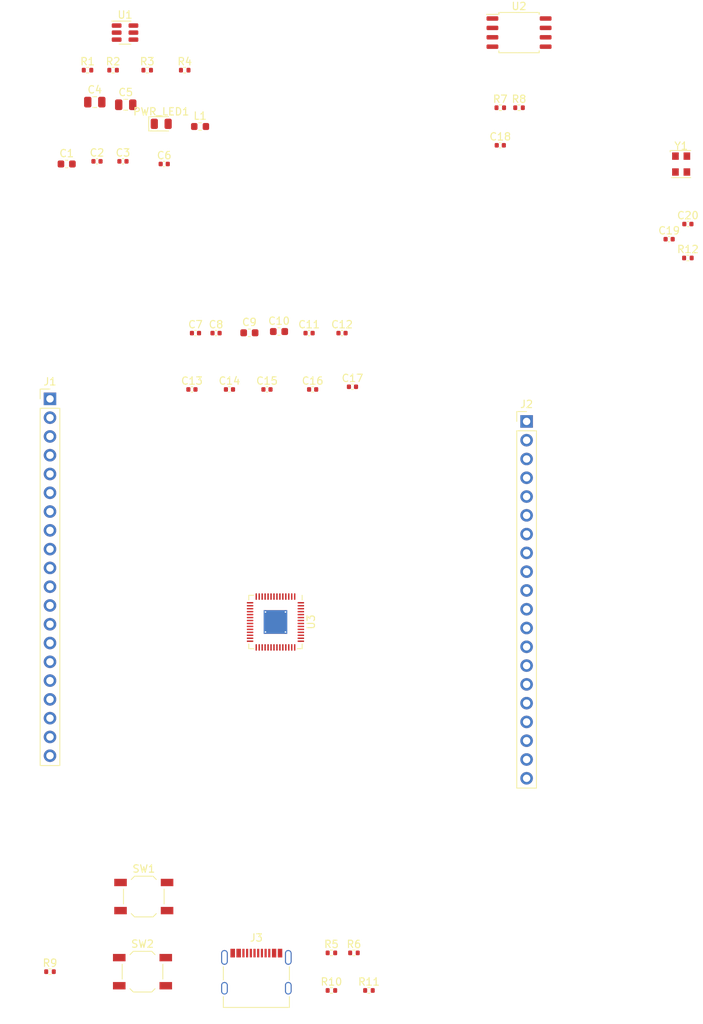
<source format=kicad_pcb>
(kicad_pcb (version 20211014) (generator pcbnew)
  (layers (0 "F.Cu" signal) (31 "B.Cu" signal) (34 "B.Paste" user) (35 "F.Paste" user) (36 "B.SilkS" user "B.Silkscreen") (37 "F.SilkS" user "F.Silkscreen") (38 "B.Mask" user) (39 "F.Mask" user) (44 "Edge.Cuts" user))
  (net 0 "")
  (net 1 "VCC")
  (net 2 "GND")
  (net 3 "Net-(C3-Pad1)")
  (net 4 "Net-(C3-Pad2)")
  (net 5 "+3.3V")
  (net 6 "Net-(C6-Pad1)")
  (net 7 "Net-(C6-Pad2)")
  (net 8 "+1V1")
  (net 9 "XIN")
  (net 10 "Net-(C20-Pad2)")
  (net 11 "GPIO0")
  (net 12 "GPIO1")
  (net 13 "GPIO2")
  (net 14 "GPIO3")
  (net 15 "GPIO4")
  (net 16 "GPIO5")
  (net 17 "GPIO6")
  (net 18 "GPIO7")
  (net 19 "GPIO8")
  (net 20 "GPIO9")
  (net 21 "GPIO10")
  (net 22 "GPIO11")
  (net 23 "GPIO12")
  (net 24 "GPIO13")
  (net 25 "GPIO14")
  (net 26 "GPIO15")
  (net 27 "GPIO16")
  (net 28 "GPIO17")
  (net 29 "GPIO18")
  (net 30 "GPIO19")
  (net 31 "GPIO20")
  (net 32 "GPIO21")
  (net 33 "GPIO22")
  (net 34 "GPIO23")
  (net 35 "GPIO24")
  (net 36 "GPIO25")
  (net 37 "GPIO26")
  (net 38 "GPIO27")
  (net 39 "GPIO28")
  (net 40 "GPIO29")
  (net 41 "RUN")
  (net 42 "SWCLK")
  (net 43 "SWD")
  (net 44 "Net-(J3-PadA5)")
  (net 45 "USB D+")
  (net 46 "USB D-")
  (net 48 "Net-(J3-PadB5)")
  (net 51 "Net-(PWR_LED1-Pad1)")
  (net 52 "/N_USB_D+")
  (net 53 "/N_USB_D-")
  (net 54 "QSPI CS")
  (net 55 "Net-(R8-Pad1)")
  (net 56 "XOUT")
  (net 58 "QSPI SD1")
  (net 59 "QSPI SD2")
  (net 60 "QSPI SD0")
  (net 61 "QSPI CLK")
  (net 62 "QSPI SD3")
  (footprint "Inductor_SMD:L_0603_1608Metric" (layer "F.Cu") (at 88.9 38.1)
    (fp_text reference "L1" (at 0 -1.43) (layer "F.SilkS"))
    (fp_text value "10µ")
    (fp_line (start -0.162779 0.51) (end 0.162779 0.51) (layer "F.SilkS") (width 0.12))
    (fp_line (start -0.162779 -0.51) (end 0.162779 -0.51) (layer "F.SilkS") (width 0.12))
    (pad "1" smd roundrect (at -0.7875 0) (size 0.875 0.95) (layers "F.Cu" "F.Paste" "F.Mask") (net 3 "Net-(C3-Pad1)"))
    (pad "2" smd roundrect (at 0.7875 0) (size 0.875 0.95) (layers "F.Cu" "F.Paste" "F.Mask") (net 5 "+3.3V"))
  )
  (footprint "Package_DFN_QFN:QFN-56-1EP_7x7mm_P0.4mm_EP3.2x3.2mm_ThermalVias" (layer "F.Cu") (at 99.105 105.11 -90)
    (fp_text reference "U3" (at 0 -4.82 90) (layer "F.SilkS"))
    (fp_text value "RP2040")
    (fp_line (start -2.96 3.61) (end -3.61 3.61) (layer "F.SilkS") (width 0.12))
    (fp_line (start 3.61 3.61) (end 3.61 2.96) (layer "F.SilkS") (width 0.12))
    (fp_line (start 3.61 -3.61) (end 3.61 -2.96) (layer "F.SilkS") (width 0.12))
    (fp_line (start -3.61 3.61) (end -3.61 2.96) (layer "F.SilkS") (width 0.12))
    (fp_line (start -2.96 -3.61) (end -3.61 -3.61) (layer "F.SilkS") (width 0.12))
    (fp_line (start 2.96 -3.61) (end 3.61 -3.61) (layer "F.SilkS") (width 0.12))
    (fp_line (start 2.96 3.61) (end 3.61 3.61) (layer "F.SilkS") (width 0.12))
    (pad "1" smd roundrect locked (at -3.4375 -2.6 270) (size 0.875 0.2) (layers "F.Cu" "F.Paste" "F.Mask") (net 5 "+3.3V"))
    (pad "2" smd roundrect locked (at -3.4375 -2.2 270) (size 0.875 0.2) (layers "F.Cu" "F.Paste" "F.Mask") (net 11 "GPIO0"))
    (pad "3" smd roundrect locked (at -3.4375 -1.8 270) (size 0.875 0.2) (layers "F.Cu" "F.Paste" "F.Mask") (net 12 "GPIO1"))
    (pad "4" smd roundrect locked (at -3.4375 -1.4 270) (size 0.875 0.2) (layers "F.Cu" "F.Paste" "F.Mask") (net 13 "GPIO2"))
    (pad "5" smd roundrect locked (at -3.4375 -1 270) (size 0.875 0.2) (layers "F.Cu" "F.Paste" "F.Mask") (net 14 "GPIO3"))
    (pad "6" smd roundrect locked (at -3.4375 -0.6 270) (size 0.875 0.2) (layers "F.Cu" "F.Paste" "F.Mask") (net 15 "GPIO4"))
    (pad "7" smd roundrect locked (at -3.4375 -0.2 270) (size 0.875 0.2) (layers "F.Cu" "F.Paste" "F.Mask") (net 16 "GPIO5"))
    (pad "8" smd roundrect locked (at -3.4375 0.2 270) (size 0.875 0.2) (layers "F.Cu" "F.Paste" "F.Mask") (net 17 "GPIO6"))
    (pad "9" smd roundrect locked (at -3.4375 0.6 270) (size 0.875 0.2) (layers "F.Cu" "F.Paste" "F.Mask") (net 18 "GPIO7"))
    (pad "10" smd roundrect locked (at -3.4375 1 270) (size 0.875 0.2) (layers "F.Cu" "F.Paste" "F.Mask") (net 5 "+3.3V"))
    (pad "11" smd roundrect locked (at -3.4375 1.4 270) (size 0.875 0.2) (layers "F.Cu" "F.Paste" "F.Mask") (net 19 "GPIO8"))
    (pad "12" smd roundrect locked (at -3.4375 1.8 270) (size 0.875 0.2) (layers "F.Cu" "F.Paste" "F.Mask") (net 20 "GPIO9"))
    (pad "13" smd roundrect locked (at -3.4375 2.2 270) (size 0.875 0.2) (layers "F.Cu" "F.Paste" "F.Mask") (net 21 "GPIO10"))
    (pad "14" smd roundrect locked (at -3.4375 2.6 270) (size 0.875 0.2) (layers "F.Cu" "F.Paste" "F.Mask") (net 22 "GPIO11"))
    (pad "15" smd roundrect locked (at -2.6 3.4375 270) (size 0.2 0.875) (layers "F.Cu" "F.Paste" "F.Mask") (net 23 "GPIO12"))
    (pad "16" smd roundrect locked (at -2.2 3.4375 270) (size 0.2 0.875) (layers "F.Cu" "F.Paste" "F.Mask") (net 24 "GPIO13"))
    (pad "17" smd roundrect locked (at -1.8 3.4375 270) (size 0.2 0.875) (layers "F.Cu" "F.Paste" "F.Mask") (net 25 "GPIO14"))
    (pad "18" smd roundrect locked (at -1.4 3.4375 270) (size 0.2 0.875) (layers "F.Cu" "F.Paste" "F.Mask") (net 26 "GPIO15"))
    (pad "19" smd roundrect locked (at -1 3.4375 270) (size 0.2 0.875) (layers "F.Cu" "F.Paste" "F.Mask") (net 2 "GND"))
    (pad "20" smd roundrect locked (at -0.6 3.4375 270) (size 0.2 0.875) (layers "F.Cu" "F.Paste" "F.Mask") (net 9 "XIN"))
    (pad "21" smd roundrect locked (at -0.2 3.4375 270) (size 0.2 0.875) (layers "F.Cu" "F.Paste" "F.Mask") (net 56 "XOUT"))
    (pad "22" smd roundrect locked (at 0.2 3.4375 270) (size 0.2 0.875) (layers "F.Cu" "F.Paste" "F.Mask") (net 5 "+3.3V"))
    (pad "23" smd roundrect locked (at 0.6 3.4375 270) (size 0.2 0.875) (layers "F.Cu" "F.Paste" "F.Mask") (net 8 "+1V1"))
    (pad "24" smd roundrect locked (at 1 3.4375 270) (size 0.2 0.875) (layers "F.Cu" "F.Paste" "F.Mask") (net 42 "SWCLK"))
    (pad "25" smd roundrect locked (at 1.4 3.4375 270) (size 0.2 0.875) (layers "F.Cu" "F.Paste" "F.Mask") (net 43 "SWD"))
    (pad "26" smd roundrect locked (at 1.8 3.4375 270) (size 0.2 0.875) (layers "F.Cu" "F.Paste" "F.Mask") (net 41 "RUN"))
    (pad "27" smd roundrect locked (at 2.2 3.4375 270) (size 0.2 0.875) (layers "F.Cu" "F.Paste" "F.Mask") (net 27 "GPIO16"))
    (pad "28" smd roundrect locked (at 2.6 3.4375 270) (size 0.2 0.875) (layers "F.Cu" "F.Paste" "F.Mask") (net 28 "GPIO17"))
    (pad "29" smd roundrect locked (at 3.4375 2.6 270) (size 0.875 0.2) (layers "F.Cu" "F.Paste" "F.Mask") (net 29 "GPIO18"))
    (pad "30" smd roundrect locked (at 3.4375 2.2 270) (size 0.875 0.2) (layers "F.Cu" "F.Paste" "F.Mask") (net 30 "GPIO19"))
    (pad "31" smd roundrect locked (at 3.4375 1.8 270) (size 0.875 0.2) (layers "F.Cu" "F.Paste" "F.Mask") (net 31 "GPIO20"))
    (pad "32" smd roundrect locked (at 3.4375 1.4 270) (size 0.875 0.2) (layers "F.Cu" "F.Paste" "F.Mask") (net 32 "GPIO21"))
    (pad "33" smd roundrect locked (at 3.4375 1 270) (size 0.875 0.2) (layers "F.Cu" "F.Paste" "F.Mask") (net 5 "+3.3V"))
    (pad "34" smd roundrect locked (at 3.4375 0.6 270) (size 0.875 0.2) (layers "F.Cu" "F.Paste" "F.Mask") (net 33 "GPIO22"))
    (pad "35" smd roundrect locked (at 3.4375 0.2 270) (size 0.875 0.2) (layers "F.Cu" "F.Paste" "F.Mask") (net 34 "GPIO23"))
    (pad "36" smd roundrect locked (at 3.4375 -0.2 270) (size 0.875 0.2) (layers "F.Cu" "F.Paste" "F.Mask") (net 35 "GPIO24"))
    (pad "37" smd roundrect locked (at 3.4375 -0.6 270) (size 0.875 0.2) (layers "F.Cu" "F.Paste" "F.Mask") (net 36 "GPIO25"))
    (pad "38" smd roundrect locked (at 3.4375 -1 270) (size 0.875 0.2) (layers "F.Cu" "F.Paste" "F.Mask") (net 37 "GPIO26"))
    (pad "39" smd roundrect locked (at 3.4375 -1.4 270) (size 0.875 0.2) (layers "F.Cu" "F.Paste" "F.Mask") (net 38 "GPIO27"))
    (pad "40" smd roundrect locked (at 3.4375 -1.8 270) (size 0.875 0.2) (layers "F.Cu" "F.Paste" "F.Mask") (net 39 "GPIO28"))
    (pad "41" smd roundrect locked (at 3.4375 -2.2 270) (size 0.875 0.2) (layers "F.Cu" "F.Paste" "F.Mask") (net 40 "GPIO29"))
    (pad "42" smd roundrect locked (at 3.4375 -2.6 270) (size 0.875 0.2) (layers "F.Cu" "F.Paste" "F.Mask") (net 5 "+3.3V"))
    (pad "43" smd roundrect locked (at 2.6 -3.4375 270) (size 0.2 0.875) (layers "F.Cu" "F.Paste" "F.Mask") (net 5 "+3.3V"))
    (pad "44" smd roundrect locked (at 2.2 -3.4375 270) (size 0.2 0.875) (layers "F.Cu" "F.Paste" "F.Mask") (net 5 "+3.3V"))
    (pad "45" smd roundrect locked (at 1.8 -3.4375 270) (size 0.2 0.875) (layers "F.Cu" "F.Paste" "F.Mask") (net 8 "+1V1"))
    (pad "46" smd roundrect locked (at 1.4 -3.4375 270) (size 0.2 0.875) (layers "F.Cu" "F.Paste" "F.Mask") (net 53 "/N_USB_D-"))
    (pad "47" smd roundrect locked (at 1 -3.4375 270) (size 0.2 0.875) (layers "F.Cu" "F.Paste" "F.Mask") (net 52 "/N_USB_D+"))
    (pad "48" smd roundrect locked (at 0.6 -3.4375 270) (size 0.2 0.875) (layers "F.Cu" "F.Paste" "F.Mask") (net 5 "+3.3V"))
    (pad "49" smd roundrect locked (at 0.2 -3.4375 270) (size 0.2 0.875) (layers "F.Cu" "F.Paste" "F.Mask") (net 5 "+3.3V"))
    (pad "50" smd roundrect locked (at -0.2 -3.4375 270) (size 0.2 0.875) (layers "F.Cu" "F.Paste" "F.Mask") (net 8 "+1V1"))
    (pad "51" smd roundrect locked (at -0.6 -3.4375 270) (size 0.2 0.875) (layers "F.Cu" "F.Paste" "F.Mask") (net 62 "QSPI SD3"))
    (pad "52" smd roundrect locked (at -1 -3.4375 270) (size 0.2 0.875) (layers "F.Cu" "F.Paste" "F.Mask") (net 61 "QSPI CLK"))
    (pad "53" smd roundrect locked (at -1.4 -3.4375 270) (size 0.2 0.875) (layers "F.Cu" "F.Paste" "F.Mask") (net 60 "QSPI SD0"))
    (pad "54" smd roundrect locked (at -1.8 -3.4375 270) (size 0.2 0.875) (layers "F.Cu" "F.Paste" "F.Mask") (net 59 "QSPI SD2"))
    (pad "55" smd roundrect locked (at -2.2 -3.4375 270) (size 0.2 0.875) (layers "F.Cu" "F.Paste" "F.Mask") (net 58 "QSPI SD1"))
    (pad "56" smd roundrect locked (at -2.6 -3.4375 270) (size 0.2 0.875) (layers "F.Cu" "F.Paste" "F.Mask") (net 54 "QSPI CS"))
    (pad "57" thru_hole circle locked (at 1.35 -1.35 270) (size 0.5 0.5) (drill 0.2) (layers *.Cu) (net 2 "GND"))
    (pad "57" thru_hole circle locked (at 1.35 1.35 270) (size 0.5 0.5) (drill 0.2) (layers *.Cu) (net 2 "GND"))
    (pad "57" thru_hole circle locked (at -1.35 1.35 270) (size 0.5 0.5) (drill 0.2) (layers *.Cu) (net 2 "GND"))
    (pad "57" smd rect locked (at 0 0 270) (size 3.2 3.2) (layers "F.Cu" "F.Mask") (net 2 "GND"))
    (pad "57" thru_hole circle locked (at -1.35 -1.35 270) (size 0.5 0.5) (drill 0.2) (layers *.Cu) (net 2 "GND"))
    (pad "57" smd rect locked (at 0 0 270) (size 3.2 3.2) (layers "B.Cu") (net 2 "GND"))
  )
  (footprint "Capacitor_SMD:C_0603_1608Metric" (layer "F.Cu") (at 95.575672 66)
    (fp_text reference "C9" (at 0 -1.43) (layer "F.SilkS"))
    (fp_text value "1µ")
    (fp_line (start -0.14058 0.51) (end 0.14058 0.51) (layer "F.SilkS") (width 0.12))
    (fp_line (start -0.14058 -0.51) (end 0.14058 -0.51) (layer "F.SilkS") (width 0.12))
    (pad "1" smd roundrect (at -0.775 0) (size 0.9 0.95) (layers "F.Cu" "F.Paste" "F.Mask") (net 8 "+1V1"))
    (pad "2" smd roundrect (at 0.775 0) (size 0.9 0.95) (layers "F.Cu" "F.Paste" "F.Mask") (net 2 "GND"))
  )
  (footprint "Package_SO:SOIC-8_5.23x5.23mm_P1.27mm" (layer "F.Cu") (at 132.08 25.4)
    (fp_text reference "U2" (at 0 -3.56) (layer "F.SilkS"))
    (fp_text value "W25Q128JVSIQ")
    (fp_line (start 0 2.725) (end 2.725 2.725) (layer "F.SilkS") (width 0.12))
    (fp_line (start 2.725 -2.725) (end 2.725 -2.465) (layer "F.SilkS") (width 0.12))
    (fp_line (start -2.725 -2.725) (end -2.725 -2.465) (layer "F.SilkS") (width 0.12))
    (fp_line (start 0 2.725) (end -2.725 2.725) (layer "F.SilkS") (width 0.12))
    (fp_line (start 2.725 2.725) (end 2.725 2.465) (layer "F.SilkS") (width 0.12))
    (fp_line (start 0 -2.725) (end 2.725 -2.725) (layer "F.SilkS") (width 0.12))
    (fp_line (start -2.725 -2.465) (end -4.4 -2.465) (layer "F.SilkS") (width 0.12))
    (fp_line (start -2.725 2.725) (end -2.725 2.465) (layer "F.SilkS") (width 0.12))
    (fp_line (start 0 -2.725) (end -2.725 -2.725) (layer "F.SilkS") (width 0.12))
    (pad "1" smd roundrect (at -3.6 -1.905) (size 1.6 0.6) (layers "F.Cu" "F.Paste" "F.Mask") (net 54 "QSPI CS"))
    (pad "2" smd roundrect (at -3.6 -0.635) (size 1.6 0.6) (layers "F.Cu" "F.Paste" "F.Mask") (net 58 "QSPI SD1"))
    (pad "3" smd roundrect (at -3.6 0.635) (size 1.6 0.6) (layers "F.Cu" "F.Paste" "F.Mask") (net 59 "QSPI SD2"))
    (pad "4" smd roundrect (at -3.6 1.905) (size 1.6 0.6) (layers "F.Cu" "F.Paste" "F.Mask") (net 2 "GND"))
    (pad "5" smd roundrect (at 3.6 1.905) (size 1.6 0.6) (layers "F.Cu" "F.Paste" "F.Mask") (net 60 "QSPI SD0"))
    (pad "6" smd roundrect (at 3.6 0.635) (size 1.6 0.6) (layers "F.Cu" "F.Paste" "F.Mask") (net 61 "QSPI CLK"))
    (pad "7" smd roundrect (at 3.6 -0.635) (size 1.6 0.6) (layers "F.Cu" "F.Paste" "F.Mask") (net 62 "QSPI SD3"))
    (pad "8" smd roundrect (at 3.6 -1.905) (size 1.6 0.6) (layers "F.Cu" "F.Paste" "F.Mask") (net 5 "+3.3V"))
  )
  (footprint "Capacitor_SMD:C_0402_1005Metric" (layer "F.Cu") (at 97.955672 73.66)
    (fp_text reference "C15" (at 0 -1.16) (layer "F.SilkS"))
    (fp_text value "100n")
    (fp_line (start -0.107836 -0.36) (end 0.107836 -0.36) (layer "F.SilkS") (width 0.12))
    (fp_line (start -0.107836 0.36) (end 0.107836 0.36) (layer "F.SilkS") (width 0.12))
    (pad "1" smd roundrect (at -0.48 0) (size 0.56 0.62) (layers "F.Cu" "F.Paste" "F.Mask") (net 5 "+3.3V"))
    (pad "2" smd roundrect (at 0.48 0) (size 0.56 0.62) (layers "F.Cu" "F.Paste" "F.Mask") (net 2 "GND"))
  )
  (footprint "LED_SMD:LED_0805_2012Metric" (layer "F.Cu") (at 83.6375 37.74)
    (fp_text reference "PWR_LED1" (at 0 -1.65) (layer "F.SilkS"))
    (fp_text value "RED")
    (fp_line (start 1 -0.96) (end -1.685 -0.96) (layer "F.SilkS") (width 0.12))
    (fp_line (start -1.685 -0.96) (end -1.685 0.96) (layer "F.SilkS") (width 0.12))
    (fp_line (start -1.685 0.96) (end 1 0.96) (layer "F.SilkS") (width 0.12))
    (pad "1" smd roundrect (at -0.9375 0) (size 0.975 1.4) (layers "F.Cu" "F.Paste" "F.Mask") (net 51 "Net-(PWR_LED1-Pad1)"))
    (pad "2" smd roundrect (at 0.9375 0) (size 0.975 1.4) (layers "F.Cu" "F.Paste" "F.Mask") (net 1 "VCC"))
  )
  (footprint "Resistor_SMD:R_0402_1005Metric" (layer "F.Cu") (at 77.120923 30.48)
    (fp_text reference "R2" (at 0 -1.17) (layer "F.SilkS"))
    (fp_text value "100k")
    (fp_line (start -0.153641 0.38) (end 0.153641 0.38) (layer "F.SilkS") (width 0.12))
    (fp_line (start -0.153641 -0.38) (end 0.153641 -0.38) (layer "F.SilkS") (width 0.12))
    (pad "1" smd roundrect (at -0.51 0) (size 0.54 0.64) (layers "F.Cu" "F.Paste" "F.Mask") (net 6 "Net-(C6-Pad1)"))
    (pad "2" smd roundrect (at 0.51 0) (size 0.54 0.64) (layers "F.Cu" "F.Paste" "F.Mask") (net 7 "Net-(C6-Pad2)"))
  )
  (footprint "Capacitor_SMD:C_0402_1005Metric" (layer "F.Cu") (at 78.45884 42.81)
    (fp_text reference "C3" (at 0 -1.16) (layer "F.SilkS"))
    (fp_text value "100n")
    (fp_line (start -0.107836 -0.36) (end 0.107836 -0.36) (layer "F.SilkS") (width 0.12))
    (fp_line (start -0.107836 0.36) (end 0.107836 0.36) (layer "F.SilkS") (width 0.12))
    (pad "1" smd roundrect (at -0.48 0) (size 0.56 0.62) (layers "F.Cu" "F.Paste" "F.Mask") (net 3 "Net-(C3-Pad1)"))
    (pad "2" smd roundrect (at 0.48 0) (size 0.56 0.62) (layers "F.Cu" "F.Paste" "F.Mask") (net 4 "Net-(C3-Pad2)"))
  )
  (footprint "Resistor_SMD:R_0402_1005Metric" (layer "F.Cu") (at 129.54 35.56)
    (fp_text reference "R7" (at 0 -1.17) (layer "F.SilkS"))
    (fp_text value "10k")
    (fp_line (start -0.153641 0.38) (end 0.153641 0.38) (layer "F.SilkS") (width 0.12))
    (fp_line (start -0.153641 -0.38) (end 0.153641 -0.38) (layer "F.SilkS") (width 0.12))
    (pad "1" smd roundrect (at -0.51 0) (size 0.54 0.64) (layers "F.Cu" "F.Paste" "F.Mask") (net 54 "QSPI CS"))
    (pad "2" smd roundrect (at 0.51 0) (size 0.54 0.64) (layers "F.Cu" "F.Paste" "F.Mask") (net 5 "+3.3V"))
  )
  (footprint "Resistor_SMD:R_0402_1005Metric" (layer "F.Cu") (at 111.76 154.94)
    (fp_text reference "R11" (at 0 -1.17) (layer "F.SilkS"))
    (fp_text value "5.1k")
    (fp_line (start -0.153641 0.38) (end 0.153641 0.38) (layer "F.SilkS") (width 0.12))
    (fp_line (start -0.153641 -0.38) (end 0.153641 -0.38) (layer "F.SilkS") (width 0.12))
    (pad "1" smd roundrect (at -0.51 0) (size 0.54 0.64) (layers "F.Cu" "F.Paste" "F.Mask") (net 44 "Net-(J3-PadA5)"))
    (pad "2" smd roundrect (at 0.51 0) (size 0.54 0.64) (layers "F.Cu" "F.Paste" "F.Mask") (net 2 "GND"))
  )
  (footprint "Resistor_SMD:R_0402_1005Metric" (layer "F.Cu") (at 106.68 149.86)
    (fp_text reference "R5" (at 0 -1.17) (layer "F.SilkS"))
    (fp_text value "27.4")
    (fp_line (start -0.153641 -0.38) (end 0.153641 -0.38) (layer "F.SilkS") (width 0.12))
    (fp_line (start -0.153641 0.38) (end 0.153641 0.38) (layer "F.SilkS") (width 0.12))
    (pad "1" smd roundrect (at -0.51 0) (size 0.54 0.64) (layers "F.Cu" "F.Paste" "F.Mask") (net 52 "/N_USB_D+"))
    (pad "2" smd roundrect (at 0.51 0) (size 0.54 0.64) (layers "F.Cu" "F.Paste" "F.Mask") (net 45 "USB D+"))
  )
  (footprint "Resistor_SMD:R_0402_1005Metric" (layer "F.Cu") (at 132.08 35.56)
    (fp_text reference "R8" (at 0 -1.17) (layer "F.SilkS"))
    (fp_text value "1k")
    (fp_line (start -0.153641 -0.38) (end 0.153641 -0.38) (layer "F.SilkS") (width 0.12))
    (fp_line (start -0.153641 0.38) (end 0.153641 0.38) (layer "F.SilkS") (width 0.12))
    (pad "1" smd roundrect (at -0.51 0) (size 0.54 0.64) (layers "F.Cu" "F.Paste" "F.Mask") (net 55 "Net-(R8-Pad1)"))
    (pad "2" smd roundrect (at 0.51 0) (size 0.54 0.64) (layers "F.Cu" "F.Paste" "F.Mask") (net 54 "QSPI CS"))
  )
  (footprint "Capacitor_SMD:C_0402_1005Metric" (layer "F.Cu") (at 104.14 73.66)
    (fp_text reference "C16" (at 0 -1.16) (layer "F.SilkS"))
    (fp_text value "100n")
    (fp_line (start -0.107836 0.36) (end 0.107836 0.36) (layer "F.SilkS") (width 0.12))
    (fp_line (start -0.107836 -0.36) (end 0.107836 -0.36) (layer "F.SilkS") (width 0.12))
    (pad "1" smd roundrect (at -0.48 0) (size 0.56 0.62) (layers "F.Cu" "F.Paste" "F.Mask") (net 5 "+3.3V"))
    (pad "2" smd roundrect (at 0.48 0) (size 0.56 0.62) (layers "F.Cu" "F.Paste" "F.Mask") (net 2 "GND"))
  )
  (footprint "Capacitor_SMD:C_0402_1005Metric" (layer "F.Cu") (at 109.53 73.3)
    (fp_text reference "C17" (at 0 -1.16) (layer "F.SilkS"))
    (fp_text value "100n")
    (fp_line (start -0.107836 0.36) (end 0.107836 0.36) (layer "F.SilkS") (width 0.12))
    (fp_line (start -0.107836 -0.36) (end 0.107836 -0.36) (layer "F.SilkS") (width 0.12))
    (pad "1" smd roundrect (at -0.48 0) (size 0.56 0.62) (layers "F.Cu" "F.Paste" "F.Mask") (net 5 "+3.3V"))
    (pad "2" smd roundrect (at 0.48 0) (size 0.56 0.62) (layers "F.Cu" "F.Paste" "F.Mask") (net 2 "GND"))
  )
  (footprint "Connector_PinHeader_2.54mm:PinHeader_1x20_P2.54mm_Vertical" (layer "F.Cu") (at 68.58 74.935)
    (fp_text reference "J1" (at 0 -2.33) (layer "F.SilkS"))
    (fp_text value "Conn_01x20_Male")
    (fp_line (start -1.33 -1.33) (end 0 -1.33) (layer "F.SilkS") (width 0.12))
    (fp_line (start -1.33 1.27) (end -1.33 49.59) (layer "F.SilkS") (width 0.12))
    (fp_line (start -1.33 0) (end -1.33 -1.33) (layer "F.SilkS") (width 0.12))
    (fp_line (start -1.33 1.27) (end 1.33 1.27) (layer "F.SilkS") (width 0.12))
    (fp_line (start 1.33 1.27) (end 1.33 49.59) (layer "F.SilkS") (width 0.12))
    (fp_line (start -1.33 49.59) (end 1.33 49.59) (layer "F.SilkS") (width 0.12))
    (pad "1" thru_hole rect (at 0 0) (size 1.7 1.7) (drill 1) (layers *.Cu *.Mask) (net 11 "GPIO0"))
    (pad "2" thru_hole oval (at 0 2.54) (size 1.7 1.7) (drill 1) (layers *.Cu *.Mask) (net 12 "GPIO1"))
    (pad "3" thru_hole oval (at 0 5.08) (size 1.7 1.7) (drill 1) (layers *.Cu *.Mask) (net 13 "GPIO2"))
    (pad "4" thru_hole oval (at 0 7.62) (size 1.7 1.7) (drill 1) (layers *.Cu *.Mask) (net 14 "GPIO3"))
    (pad "5" thru_hole oval (at 0 10.16) (size 1.7 1.7) (drill 1) (layers *.Cu *.Mask) (net 15 "GPIO4"))
    (pad "6" thru_hole oval (at 0 12.7) (size 1.7 1.7) (drill 1) (layers *.Cu *.Mask) (net 16 "GPIO5"))
    (pad "7" thru_hole oval (at 0 15.24) (size 1.7 1.7) (drill 1) (layers *.Cu *.Mask) (net 17 "GPIO6"))
    (pad "8" thru_hole oval (at 0 17.78) (size 1.7 1.7) (drill 1) (layers *.Cu *.Mask) (net 18 "GPIO7"))
    (pad "9" thru_hole oval (at 0 20.32) (size 1.7 1.7) (drill 1) (layers *.Cu *.Mask) (net 2 "GND"))
    (pad "10" thru_hole oval (at 0 22.86) (size 1.7 1.7) (drill 1) (layers *.Cu *.Mask) (net 5 "+3.3V"))
    (pad "11" thru_hole oval (at 0 25.4) (size 1.7 1.7) (drill 1) (layers *.Cu *.Mask) (net 19 "GPIO8"))
    (pad "12" thru_hole oval (at 0 27.94) (size 1.7 1.7) (drill 1) (layers *.Cu *.Mask) (net 20 "GPIO9"))
    (pad "13" thru_hole oval (at 0 30.48) (size 1.7 1.7) (drill 1) (layers *.Cu *.Mask) (net 21 "GPIO10"))
    (pad "14" thru_hole oval (at 0 33.02) (size 1.7 1.7) (drill 1) (layers *.Cu *.Mask) (net 22 "GPIO11"))
    (pad "15" thru_hole oval (at 0 35.56) (size 1.7 1.7) (drill 1) (layers *.Cu *.Mask) (net 23 "GPIO12"))
    (pad "16" thru_hole oval (at 0 38.1) (size 1.7 1.7) (drill 1) (layers *.Cu *.Mask) (net 24 "GPIO13"))
    (pad "17" thru_hole oval (at 0 40.64) (size 1.7 1.7) (drill 1) (layers *.Cu *.Mask) (net 25 "GPIO14"))
    (pad "18" thru_hole oval (at 0 43.18) (size 1.7 1.7) (drill 1) (layers *.Cu *.Mask) (net 26 "GPIO15"))
    (pad "19" thru_hole oval (at 0 45.72) (size 1.7 1.7) (drill 1) (layers *.Cu *.Mask) (net 2 "GND"))
    (pad "20" thru_hole oval (at 0 48.26) (size 1.7 1.7) (drill 1) (layers *.Cu *.Mask) (net 5 "+3.3V"))
  )
  (footprint "Capacitor_SMD:C_0402_1005Metric" (layer "F.Cu") (at 91.061344 66.04)
    (fp_text reference "C8" (at 0 -1.16) (layer "F.SilkS"))
    (fp_text value "100n")
    (fp_line (start -0.107836 -0.36) (end 0.107836 -0.36) (layer "F.SilkS") (width 0.12))
    (fp_line (start -0.107836 0.36) (end 0.107836 0.36) (layer "F.SilkS") (width 0.12))
    (pad "1" smd roundrect (at -0.48 0) (size 0.56 0.62) (layers "F.Cu" "F.Paste" "F.Mask") (net 8 "+1V1"))
    (pad "2" smd roundrect (at 0.48 0) (size 0.56 0.62) (layers "F.Cu" "F.Paste" "F.Mask") (net 2 "GND"))
  )
  (footprint "Button_Switch_SMD:SW_SPST_TL3342" (layer "F.Cu") (at 81.28 142.24)
    (fp_text reference "SW1" (at 0 -3.75) (layer "F.SilkS"))
    (fp_text value "SW_Push")
    (fp_line (start -1.7 -2.3) (end -1.25 -2.75) (layer "F.SilkS") (width 0.12))
    (fp_line (start 1.7 2.3) (end 1.25 2.75) (layer "F.SilkS") (width 0.12))
    (fp_line (start 1.7 -2.3) (end 1.25 -2.75) (layer "F.SilkS") (width 0.12))
    (fp_line (start -1.25 2.75) (end 1.25 2.75) (layer "F.SilkS") (width 0.12))
    (fp_line (start 2.75 -1) (end 2.75 1) (layer "F.SilkS") (width 0.12))
    (fp_line (start -1.7 2.3) (end -1.25 2.75) (layer "F.SilkS") (width 0.12))
    (fp_line (start -1.25 -2.75) (end 1.25 -2.75) (layer "F.SilkS") (width 0.12))
    (fp_line (start -2.75 -1) (end -2.75 1) (layer "F.SilkS") (width 0.12))
    (pad "1" smd rect (at 3.15 -1.9) (size 1.7 1) (layers "F.Cu" "F.Paste" "F.Mask") (net 2 "GND"))
    (pad "1" smd rect (at -3.15 -1.9) (size 1.7 1) (layers "F.Cu" "F.Paste" "F.Mask") (net 2 "GND"))
    (pad "2" smd rect (at -3.15 1.9) (size 1.7 1) (layers "F.Cu" "F.Paste" "F.Mask") (net 55 "Net-(R8-Pad1)"))
    (pad "2" smd rect (at 3.15 1.9) (size 1.7 1) (layers "F.Cu" "F.Paste" "F.Mask") (net 55 "Net-(R8-Pad1)"))
  )
  (footprint "Capacitor_SMD:C_0402_1005Metric" (layer "F.Cu") (at 152.4 53.34)
    (fp_text reference "C19" (at 0 -1.16) (layer "F.SilkS"))
    (fp_text value "27p")
    (fp_line (start -0.107836 0.36) (end 0.107836 0.36) (layer "F.SilkS") (width 0.12))
    (fp_line (start -0.107836 -0.36) (end 0.107836 -0.36) (layer "F.SilkS") (width 0.12))
    (pad "1" smd roundrect (at -0.48 0) (size 0.56 0.62) (layers "F.Cu" "F.Paste" "F.Mask") (net 2 "GND"))
    (pad "2" smd roundrect (at 0.48 0) (size 0.56 0.62) (layers "F.Cu" "F.Paste" "F.Mask") (net 9 "XIN"))
  )
  (footprint "Capacitor_SMD:C_0603_1608Metric" (layer "F.Cu") (at 99.585672 65.83)
    (fp_text reference "C10" (at 0 -1.43) (layer "F.SilkS"))
    (fp_text value "1µ")
    (fp_line (start -0.14058 0.51) (end 0.14058 0.51) (layer "F.SilkS") (width 0.12))
    (fp_line (start -0.14058 -0.51) (end 0.14058 -0.51) (layer "F.SilkS") (width 0.12))
    (pad "1" smd roundrect (at -0.775 0) (size 0.9 0.95) (layers "F.Cu" "F.Paste" "F.Mask") (net 5 "+3.3V"))
    (pad "2" smd roundrect (at 0.775 0) (size 0.9 0.95) (layers "F.Cu" "F.Paste" "F.Mask") (net 2 "GND"))
  )
  (footprint "Capacitor_SMD:C_0402_1005Metric" (layer "F.Cu") (at 103.655672 66.04)
    (fp_text reference "C11" (at 0 -1.16) (layer "F.SilkS"))
    (fp_text value "100n")
    (fp_line (start -0.107836 -0.36) (end 0.107836 -0.36) (layer "F.SilkS") (width 0.12))
    (fp_line (start -0.107836 0.36) (end 0.107836 0.36) (layer "F.SilkS") (width 0.12))
    (pad "1" smd roundrect (at -0.48 0) (size 0.56 0.62) (layers "F.Cu" "F.Paste" "F.Mask") (net 5 "+3.3V"))
    (pad "2" smd roundrect (at 0.48 0) (size 0.56 0.62) (layers "F.Cu" "F.Paste" "F.Mask") (net 2 "GND"))
  )
  (footprint "Capacitor_SMD:C_0402_1005Metric" (layer "F.Cu") (at 84.043168 43.17)
    (fp_text reference "C6" (at 0 -1.16) (layer "F.SilkS"))
    (fp_text value "56p")
    (fp_line (start -0.107836 0.36) (end 0.107836 0.36) (layer "F.SilkS") (width 0.12))
    (fp_line (start -0.107836 -0.36) (end 0.107836 -0.36) (layer "F.SilkS") (width 0.12))
    (pad "1" smd roundrect (at -0.48 0) (size 0.56 0.62) (layers "F.Cu" "F.Paste" "F.Mask") (net 6 "Net-(C6-Pad1)"))
    (pad "2" smd roundrect (at 0.48 0) (size 0.56 0.62) (layers "F.Cu" "F.Paste" "F.Mask") (net 7 "Net-(C6-Pad2)"))
  )
  (footprint "Capacitor_SMD:C_0402_1005Metric" (layer "F.Cu") (at 129.54 40.64)
    (fp_text reference "C18" (at 0 -1.16) (layer "F.SilkS"))
    (fp_text value "100n")
    (fp_line (start -0.107836 0.36) (end 0.107836 0.36) (layer "F.SilkS") (width 0.12))
    (fp_line (start -0.107836 -0.36) (end 0.107836 -0.36) (layer "F.SilkS") (width 0.12))
    (pad "1" smd roundrect (at -0.48 0) (size 0.56 0.62) (layers "F.Cu" "F.Paste" "F.Mask") (net 2 "GND"))
    (pad "2" smd roundrect (at 0.48 0) (size 0.56 0.62) (layers "F.Cu" "F.Paste" "F.Mask") (net 5 "+3.3V"))
  )
  (footprint "Capacitor_SMD:C_0402_1005Metric" (layer "F.Cu") (at 88.275672 66.04)
    (fp_text reference "C7" (at 0 -1.16) (layer "F.SilkS"))
    (fp_text value "100n")
    (fp_line (start -0.107836 0.36) (end 0.107836 0.36) (layer "F.SilkS") (width 0.12))
    (fp_line (start -0.107836 -0.36) (end 0.107836 -0.36) (layer "F.SilkS") (width 0.12))
    (pad "1" smd roundrect (at -0.48 0) (size 0.56 0.62) (layers "F.Cu" "F.Paste" "F.Mask") (net 8 "+1V1"))
    (pad "2" smd roundrect (at 0.48 0) (size 0.56 0.62) (layers "F.Cu" "F.Paste" "F.Mask") (net 2 "GND"))
  )
  (footprint "Capacitor_SMD:C_0805_2012Metric" (layer "F.Cu") (at 78.833756 35.16)
    (fp_text reference "C5" (at 0 -1.68) (layer "F.SilkS"))
    (fp_text value "22µ")
    (fp_line (start -0.261252 0.735) (end 0.261252 0.735) (layer "F.SilkS") (width 0.12))
    (fp_line (start -0.261252 -0.735) (end 0.261252 -0.735) (layer "F.SilkS") (width 0.12))
    (pad "1" smd roundrect (at -0.95 0) (size 1 1.45) (layers "F.Cu" "F.Paste" "F.Mask") (net 5 "+3.3V"))
    (pad "2" smd roundrect (at 0.95 0) (size 1 1.45) (layers "F.Cu" "F.Paste" "F.Mask") (net 2 "GND"))
  )
  (footprint "Connector_PinHeader_2.54mm:PinHeader_1x20_P2.54mm_Vertical" (layer "F.Cu") (at 133.105 77.985)
    (fp_text reference "J2" (at 0 -2.33) (layer "F.SilkS"))
    (fp_text value "Conn_01x20_Male")
    (fp_line (start -1.33 -1.33) (end 0 -1.33) (layer "F.SilkS") (width 0.12))
    (fp_line (start -1.33 1.27) (end -1.33 49.59) (layer "F.SilkS") (width 0.12))
    (fp_line (start 1.33 1.27) (end 1.33 49.59) (layer "F.SilkS") (width 0.12))
    (fp_line (start -1.33 1.27) (end 1.33 1.27) (layer "F.SilkS") (width 0.12))
    (fp_line (start -1.33 0) (end -1.33 -1.33) (layer "F.SilkS") (width 0.12))
    (fp_line (start -1.33 49.59) (end 1.33 49.59) (layer "F.SilkS") (width 0.12))
    (pad "1" thru_hole rect (at 0 0) (size 1.7 1.7) (drill 1) (layers *.Cu *.Mask) (net 27 "GPIO16"))
    (pad "2" thru_hole oval (at 0 2.54) (size 1.7 1.7) (drill 1) (layers *.Cu *.Mask) (net 28 "GPIO17"))
    (pad "3" thru_hole oval (at 0 5.08) (size 1.7 1.7) (drill 1) (layers *.Cu *.Mask) (net 29 "GPIO18"))
    (pad "4" thru_hole oval (at 0 7.62) (size 1.7 1.7) (drill 1) (layers *.Cu *.Mask) (net 30 "GPIO19"))
    (pad "5" thru_hole oval (at 0 10.16) (size 1.7 1.7) (drill 1) (layers *.Cu *.Mask) (net 31 "GPIO20"))
    (pad "6" thru_hole oval (at 0 12.7) (size 1.7 1.7) (drill 1) (layers *.Cu *.Mask) (net 32 "GPIO21"))
    (pad "7" thru_hole oval (at 0 15.24) (size 1.7 1.7) (drill 1) (layers *.Cu *.Mask) (net 33 "GPIO22"))
    (pad "8" thru_hole oval (at 0 17.78) (size 1.7 1.7) (drill 1) (layers *.Cu *.Mask) (net 34 "GPIO23"))
    (pad "9" thru_hole oval (at 0 20.32) (size 1.7 1.7) (drill 1) (layers *.Cu *.Mask) (net 2 "GND"))
    (pad "10" thru_hole oval (at 0 22.86) (size 1.7 1.7) (drill 1) (layers *.Cu *.Mask) (net 5 "+3.3V"))
    (pad "11" thru_hole oval (at 0 25.4) (size 1.7 1.7) (drill 1) (layers *.Cu *.Mask) (net 35 "GPIO24"))
    (pad "12" thru_hole oval (at 0 27.94) (size 1.7 1.7) (drill 1) (layers *.Cu *.Mask) (net 36 "GPIO25"))
    (pad "13" thru_hole oval (at 0 30.48) (size 1.7 1.7) (drill 1) (layers *.Cu *.Mask) (net 37 "GPIO26"))
    (pad "14" thru_hole oval (at 0 33.02) (size 1.7 1.7) (drill 1) (layers *.Cu *.Mask) (net 38 "GPIO27"))
    (pad "15" thru_hole oval (at 0 35.56) (size 1.7 1.7) (drill 1) (layers *.Cu *.Mask) (net 39 "GPIO28"))
    (pad "16" thru_hole oval (at 0 38.1) (size 1.7 1.7) (drill 1) (layers *.Cu *.Mask) (net 40 "GPIO29"))
    (pad "17" thru_hole oval (at 0 40.64) (size 1.7 1.7) (drill 1) (layers *.Cu *.Mask) (net 41 "RUN"))
    (pad "18" thru_hole oval (at 0 43.18) (size 1.7 1.7) (drill 1) (layers *.Cu *.Mask) (net 42 "SWCLK"))
    (pad "19" thru_hole oval (at 0 45.72) (size 1.7 1.7) (drill 1) (layers *.Cu *.Mask) (net 2 "GND"))
    (pad "20" thru_hole oval (at 0 48.26) (size 1.7 1.7) (drill 1) (layers *.Cu *.Mask) (net 43 "SWD"))
  )
  (footprint "Resistor_SMD:R_0402_1005Metric" (layer "F.Cu") (at 154.94 55.88)
    (fp_text reference "R12" (at 0 -1.17) (layer "F.SilkS"))
    (fp_text value "1k")
    (fp_line (start -0.153641 0.38) (end 0.153641 0.38) (layer "F.SilkS") (width 0.12))
    (fp_line (start -0.153641 -0.38) (end 0.153641 -0.38) (layer "F.SilkS") (width 0.12))
    (pad "1" smd roundrect (at -0.51 0) (size 0.54 0.64) (layers "F.Cu" "F.Paste" "F.Mask") (net 10 "Net-(C20-Pad2)"))
    (pad "2" smd roundrect (at 0.51 0) (size 0.54 0.64) (layers "F.Cu" "F.Paste" "F.Mask") (net 56 "XOUT"))
  )
  (footprint "Button_Switch_SMD:SW_SPST_TL3342" (layer "F.Cu") (at 81.105 152.4)
    (fp_text reference "SW2" (at 0 -3.75) (layer "F.SilkS"))
    (fp_text value "SW_Push")
    (fp_line (start -1.25 -2.75) (end 1.25 -2.75) (layer "F.SilkS") (width 0.12))
    (fp_line (start -1.25 2.75) (end 1.25 2.75) (layer "F.SilkS") (width 0.12))
    (fp_line (start 1.7 -2.3) (end 1.25 -2.75) (layer "F.SilkS") (width 0.12))
    (fp_line (start -2.75 -1) (end -2.75 1) (layer "F.SilkS") (width 0.12))
    (fp_line (start 1.7 2.3) (end 1.25 2.75) (layer "F.SilkS") (width 0.12))
    (fp_line (start -1.7 2.3) (end -1.25 2.75) (layer "F.SilkS") (width 0.12))
    (fp_line (start -1.7 -2.3) (end -1.25 -2.75) (layer "F.SilkS") (width 0.12))
    (fp_line (start 2.75 -1) (end 2.75 1) (layer "F.SilkS") (width 0.12))
    (pad "1" smd rect (at -3.15 -1.9) (size 1.7 1) (layers "F.Cu" "F.Paste" "F.Mask") (net 2 "GND"))
    (pad "1" smd rect (at 3.15 -1.9) (size 1.7 1) (layers "F.Cu" "F.Paste" "F.Mask") (net 2 "GND"))
    (pad "2" smd rect (at 3.15 1.9) (size 1.7 1) (layers "F.Cu" "F.Paste" "F.Mask") (net 41 "RUN"))
    (pad "2" smd rect (at -3.15 1.9) (size 1.7 1) (layers "F.Cu" "F.Paste" "F.Mask") (net 41 "RUN"))
  )
  (footprint "Resistor_SMD:R_0402_1005Metric" (layer "F.Cu") (at 106.68 154.94)
    (fp_text reference "R10" (at 0 -1.17) (layer "F.SilkS"))
    (fp_text value "5.1k")
    (fp_line (start -0.153641 0.38) (end 0.153641 0.38) (layer "F.SilkS") (width 0.12))
    (fp_line (start -0.153641 -0.38) (end 0.153641 -0.38) (layer "F.SilkS") (width 0.12))
    (pad "1" smd roundrect (at -0.51 0) (size 0.54 0.64) (layers "F.Cu" "F.Paste" "F.Mask") (net 48 "Net-(J3-PadB5)"))
    (pad "2" smd roundrect (at 0.51 0) (size 0.54 0.64) (layers "F.Cu" "F.Paste" "F.Mask") (net 2 "GND"))
  )
  (footprint "Capacitor_SMD:C_0805_2012Metric" (layer "F.Cu") (at 74.643772 34.8)
    (fp_text reference "C4" (at 0 -1.68) (layer "F.SilkS"))
    (fp_text value "22µ")
    (fp_line (start -0.261252 0.735) (end 0.261252 0.735) (layer "F.SilkS") (width 0.12))
    (fp_line (start -0.261252 -0.735) (end 0.261252 -0.735) (layer "F.SilkS") (width 0.12))
    (pad "1" smd roundrect (at -0.95 0) (size 1 1.45) (layers "F.Cu" "F.Paste" "F.Mask") (net 5 "+3.3V"))
    (pad "2" smd roundrect (at 0.95 0) (size 1 1.45) (layers "F.Cu" "F.Paste" "F.Mask") (net 2 "GND"))
  )
  (footprint "Capacitor_SMD:C_0402_1005Metric" (layer "F.Cu") (at 92.875672 73.66)
    (fp_text reference "C14" (at 0 -1.16) (layer "F.SilkS"))
    (fp_text value "100n")
    (fp_line (start -0.107836 -0.36) (end 0.107836 -0.36) (layer "F.SilkS") (width 0.12))
    (fp_line (start -0.107836 0.36) (end 0.107836 0.36) (layer "F.SilkS") (width 0.12))
    (pad "1" smd roundrect (at -0.48 0) (size 0.56 0.62) (layers "F.Cu" "F.Paste" "F.Mask") (net 5 "+3.3V"))
    (pad "2" smd roundrect (at 0.48 0) (size 0.56 0.62) (layers "F.Cu" "F.Paste" "F.Mask") (net 2 "GND"))
  )
  (footprint "Connector_USB:USB_C_Receptacle_Palconn_UTC16-G" (layer "F.Cu") (at 96.52 152.4)
    (fp_text reference "J3" (at 0 -4.58) (layer "F.SilkS"))
    (fp_text value "USB_C_Receptacle")
    (fp_line (start 4.47 -0.67) (end 4.47 1.13) (layer "F.SilkS") (width 0.12))
    (fp_line (start -4.47 4.84) (end -4.47 3.38) (layer "F.SilkS") (width 0.12))
    (fp_line (start 4.47 4.84) (end -4.47 4.84) (layer "F.SilkS") (width 0.12))
    (fp_line (start -4.47 -0.67) (end -4.47 1.13) (layer "F.SilkS") (width 0.12))
    (fp_line (start 4.47 4.84) (end 4.47 3.38) (layer "F.SilkS") (width 0.12))
    (pad "" np_thru_hole circle (at -2.89 -1.45 180) (size 0.6 0.6) (drill 0.6) (layers *.Cu *.Mask))
    (pad "" np_thru_hole circle (at 2.89 -1.45 180) (size 0.6 0.6) (drill 0.6) (layers *.Cu *.Mask))
    (pad "A1" smd rect (at -3.2 -2.51) (size 0.6 1.16) (layers "F.Cu" "F.Paste" "F.Mask") (net 2 "GND"))
    (pad "A4" smd rect (at -2.4 -2.51) (size 0.6 1.16) (layers "F.Cu" "F.Paste" "F.Mask") (net 1 "VCC"))
    (pad "A5" smd rect (at -1.25 -2.51 180) (size 0.3 1.16) (layers "F.Cu" "F.Paste" "F.Mask") (net 44 "Net-(J3-PadA5)"))
    (pad "A6" smd rect (at -0.25 -2.51 180) (size 0.3 1.16) (layers "F.Cu" "F.Paste" "F.Mask") (net 45 "USB D+"))
    (pad "A7" smd rect (at 0.25 -2.51 180) (size 0.3 1.16) (layers "F.Cu" "F.Paste" "F.Mask") (net 46 "USB D-"))
    (pad "A8" smd rect (at 1.25 -2.51 180) (size 0.3 1.16) (layers "F.Cu" "F.Paste" "F.Mask"))
    (pad "A9" smd rect (at 2.4 -2.51) (size 0.6 1.16) (layers "F.Cu" "F.Paste" "F.Mask") (net 1 "VCC"))
    (pad "A12" smd rect (at 3.2 -2.51) (size 0.6 1.16) (layers "F.Cu" "F.Paste" "F.Mask") (net 2 "GND"))
    (pad "B1" smd rect (at 3.2 -2.51) (size 0.6 1.16) (layers "F.Cu" "F.Paste" "F.Mask") (net 2 "GND"))
    (pad "B4" smd rect (at 2.4 -2.51) (size 0.6 1.16) (layers "F.Cu" "F.Paste" "F.Mask") (net 1 "VCC"))
    (pad "B5" smd rect (at 1.75 -2.51 180) (size 0.3 1.16) (layers "F.Cu" "F.Paste" "F.Mask") (net 48 "Net-(J3-PadB5)"))
    (pad "B6" smd rect (at 0.75 -2.51 180) (size 0.3 1.16) (layers "F.Cu" "F.Paste" "F.Mask") (net 45 "USB D+"))
    (pad "B7" smd rect (at -0.75 -2.51 180) (size 0.3 1.16) (layers "F.Cu" "F.Paste" "F.Mask") (net 46 "USB D-"))
    (pad "B8" smd rect (at -1.75 -2.51 180) (size 0.3 1.16) (layers "F.Cu" "F.Paste" "F.Mask"))
    (pad "B9" smd rect (at -2.4 -2.51) (size 0.6 1.16) (layers "F.Cu" "F.Paste" "F.Mask") (net 1 "VCC"))
    (pad "B12" smd rect (at -3.2 -2.51) (size 0.6 1.16) (layers "F.Cu" "F.Paste" "F.Mask") (net 2 "GND"))
    (pad "S1" thru_hole oval (at 4.32 -1.93 90) (size 2 0.9) (drill oval 1.7 0.6) (layers *.Cu *.Mask))
    (pad "S1" thru_hole oval (at -4.32 -1.93 90) (size 2 0.9) (drill oval 1.7 0.6) (layers *.Cu *.Mask))
    (pad "S1" thru_hole oval (at 4.32 2.24 90) (size 1.7 0.9) (drill oval 1.4 0.6) (layers *.Cu *.Mask))
    (pad "S1" thru_hole oval (at -4.32 2.24 90) (size 1.7 0.9) (drill oval 1.4 0.6) (layers *.Cu *.Mask))
  )
  (footprint "Oscillator:Oscillator_SMD_EuroQuartz_XO32-4Pin_3.2x2.5mm" (layer "F.Cu") (at 154.03 43.18)
    (fp_text reference "Y1" (at 0 -2.45) (layer "F.SilkS"))
    (fp_text value "12 MHz")
    (fp_line (start -1.485 -1.635) (end -1.485 -1.835) (layer "F.SilkS") (width 0.12))
    (fp_line (start -1.485 -1.835) (end 1.3 -1.835) (layer "F.SilkS") (width 0.12))
    (fp_line (start 1.3 1.835) (end -1.3 1.835) (layer "F.SilkS") (width 0.12))
    (pad "1" smd rect (at -0.775 -1.075 270) (size 1 0.9) (layers "F.Cu" "F.Paste" "F.Mask") (net 9 "XIN"))
    (pad "2" smd rect (at -0.775 1.075 270) (size 1 0.9) (layers "F.Cu" "F.Paste" "F.Mask") (net 2 "GND"))
    (pad "3" smd rect (at 0.775 1.075 270) (size 1 0.9) (layers "F.Cu" "F.Paste" "F.Mask") (net 10 "Net-(C20-Pad2)"))
    (pad "4" smd rect (at 0.775 -1.075 270) (size 1 0.9) (layers "F.Cu" "F.Paste" "F.Mask") (net 2 "GND"))
  )
  (footprint "Resistor_SMD:R_0402_1005Metric" (layer "F.Cu") (at 81.740923 30.48)
    (fp_text reference "R3" (at 0 -1.17) (layer "F.SilkS"))
    (fp_text value "22k")
    (fp_line (start -0.153641 0.38) (end 0.153641 0.38) (layer "F.SilkS") (width 0.12))
    (fp_line (start -0.153641 -0.38) (end 0.153641 -0.38) (layer "F.SilkS") (width 0.12))
    (pad "1" smd roundrect (at -0.51 0) (size 0.54 0.64) (layers "F.Cu" "F.Paste" "F.Mask") (net 7 "Net-(C6-Pad2)"))
    (pad "2" smd roundrect (at 0.51 0) (size 0.54 0.64) (layers "F.Cu" "F.Paste" "F.Mask") (net 2 "GND"))
  )
  (footprint "Capacitor_SMD:C_0402_1005Metric" (layer "F.Cu") (at 87.795672 73.66)
    (fp_text reference "C13" (at 0 -1.16) (layer "F.SilkS"))
    (fp_text value "100n")
    (fp_line (start -0.107836 0.36) (end 0.107836 0.36) (layer "F.SilkS") (width 0.12))
    (fp_line (start -0.107836 -0.36) (end 0.107836 -0.36) (layer "F.SilkS") (width 0.12))
    (pad "1" smd roundrect (at -0.48 0) (size 0.56 0.62) (layers "F.Cu" "F.Paste" "F.Mask") (net 5 "+3.3V"))
    (pad "2" smd roundrect (at 0.48 0) (size 0.56 0.62) (layers "F.Cu" "F.Paste" "F.Mask") (net 2 "GND"))
  )
  (footprint "Capacitor_SMD:C_0402_1005Metric" (layer "F.Cu") (at 74.943168 42.81)
    (fp_text reference "C2" (at 0 -1.16) (layer "F.SilkS"))
    (fp_text value "100n")
    (fp_line (start -0.107836 0.36) (end 0.107836 0.36) (layer "F.SilkS") (width 0.12))
    (fp_line (start -0.107836 -0.36) (end 0.107836 -0.36) (layer "F.SilkS") (width 0.12))
    (pad "1" smd roundrect (at -0.48 0) (size 0.56 0.62) (layers "F.Cu" "F.Paste" "F.Mask") (net 1 "VCC"))
    (pad "2" smd roundrect (at 0.48 0) (size 0.56 0.62) (layers "F.Cu" "F.Paste" "F.Mask") (net 2 "GND"))
  )
  (footprint "Resistor_SMD:R_0402_1005Metric" (layer "F.Cu") (at 68.58 152.4)
    (fp_text reference "R9" (at 0 -1.17) (layer "F.SilkS"))
    (fp_text value "10k")
    (fp_line (start -0.153641 0.38) (end 0.153641 0.38) (layer "F.SilkS") (width 0.12))
    (fp_line (start -0.153641 -0.38) (end 0.153641 -0.38) (layer "F.SilkS") (width 0.12))
    (pad "1" smd roundrect (at -0.51 0) (size 0.54 0.64) (layers "F.Cu" "F.Paste" "F.Mask") (net 41 "RUN"))
    (pad "2" smd roundrect (at 0.51 0) (size 0.54 0.64) (layers "F.Cu" "F.Paste" "F.Mask") (net 5 "+3.3V"))
  )
  (footprint "Capacitor_SMD:C_0402_1005Metric" (layer "F.Cu") (at 108.115672 66.04)
    (fp_text reference "C12" (at 0 -1.16) (layer "F.SilkS"))
    (fp_text value "100n")
    (fp_line (start -0.107836 -0.36) (end 0.107836 -0.36) (layer "F.SilkS") (width 0.12))
    (fp_line (start -0.107836 0.36) (end 0.107836 0.36) (layer "F.SilkS") (width 0.12))
    (pad "1" smd roundrect (at -0.48 0) (size 0.56 0.62) (layers "F.Cu" "F.Paste" "F.Mask") (net 5 "+3.3V"))
    (pad "2" smd roundrect (at 0.48 0) (size 0.56 0.62) (layers "F.Cu" "F.Paste" "F.Mask") (net 2 "GND"))
  )
  (footprint "Resistor_SMD:R_0402_1005Metric" (layer "F.Cu") (at 86.820923 30.48)
    (fp_text reference "R4" (at 0 -1.17) (layer "F.SilkS"))
    (fp_text value "680")
    (fp_line (start -0.153641 0.38) (end 0.153641 0.38) (layer "F.SilkS") (width 0.12))
    (fp_line (start -0.153641 -0.38) (end 0.153641 -0.38) (layer "F.SilkS") (width 0.12))
    (pad "1" smd roundrect (at -0.51 0) (size 0.54 0.64) (layers "F.Cu" "F.Paste" "F.Mask") (net 51 "Net-(PWR_LED1-Pad1)"))
    (pad "2" smd roundrect (at 0.51 0) (size 0.54 0.64) (layers "F.Cu" "F.Paste" "F.Mask") (net 2 "GND"))
  )
  (footprint "Package_TO_SOT_SMD:SOT-23-6" (layer "F.Cu") (at 78.74 25.4)
    (fp_text reference "U1" (at 0 -2.4) (layer "F.SilkS"))
    (fp_text value "TPS54202DDC")
    (fp_line (start 0 -1.56) (end 0.8 -1.56) (layer "F.SilkS") (width 0.12))
    (fp_line (start 0 1.56) (end 0.8 1.56) (layer "F.SilkS") (width 0.12))
    (fp_line (start 0 1.56) (end -0.8 1.56) (layer "F.SilkS") (width 0.12))
    (fp_line (start 0 -1.56) (end -1.8 -1.56) (layer "F.SilkS") (width 0.12))
    (pad "1" smd roundrect (at -1.1375 -0.95) (size 1.325 0.6) (layers "F.Cu" "F.Paste" "F.Mask") (net 2 "GND"))
    (pad "2" smd roundrect (at -1.1375 0) (size 1.325 0.6) (layers "F.Cu" "F.Paste" "F.Mask") (net 3 "Net-(C3-Pad1)"))
    (pad "3" smd roundrect (at -1.1375 0.95) (size 1.325 0.6) (layers "F.Cu" "F.Paste" "F.Mask") (net 1 "VCC"))
    (pad "4" smd roundrect (at 1.1375 0.95) (size 1.325 0.6) (layers "F.Cu" "F.Paste" "F.Mask") (net 7 "Net-(C6-Pad2)"))
    (pad "5" smd roundrect (at 1.1375 0) (size 1.325 0.6) (layers "F.Cu" "F.Paste" "F.Mask"))
    (pad "6" smd roundrect (at 1.1375 -0.95) (size 1.325 0.6) (layers "F.Cu" "F.Paste" "F.Mask") (net 4 "Net-(C3-Pad2)"))
  )
  (footprint "Capacitor_SMD:C_0603_1608Metric" (layer "F.Cu") (at 70.83884 43.17)
    (fp_text reference "C1" (at 0 -1.43) (layer "F.SilkS"))
    (fp_text value "10µ")
    (fp_line (start -0.14058 -0.51) (end 0.14058 -0.51) (layer "F.SilkS") (width 0.12))
    (fp_line (start -0.14058 0.51) (end 0.14058 0.51) (layer "F.SilkS") (width 0.12))
    (pad "1" smd roundrect (at -0.775 0) (size 0.9 0.95) (layers "F.Cu" "F.Paste" "F.Mask") (net 1 "VCC"))
    (pad "2" smd roundrect (at 0.775 0) (size 0.9 0.95) (layers "F.Cu" "F.Paste" "F.Mask") (net 2 "GND"))
  )
  (footprint "Resistor_SMD:R_0402_1005Metric" (layer "F.Cu") (at 73.66 30.48)
    (fp_text reference "R1" (at 0 -1.17) (layer "F.SilkS"))
    (fp_text value "56")
    (fp_line (start -0.153641 0.38) (end 0.153641 0.38) (layer "F.SilkS") (width 0.12))
    (fp_line (start -0.153641 -0.38) (end 0.153641 -0.38) (layer "F.SilkS") (width 0.12))
    (pad "1" smd roundrect (at -0.51 0) (size 0.54 0.64) (layers "F.Cu" "F.Paste" "F.Mask") (net 5 "+3.3V"))
    (pad "2" smd roundrect (at 0.51 0) (size 0.54 0.64) (layers "F.Cu" "F.Paste" "F.Mask") (net 6 "Net-(C6-Pad1)"))
  )
  (footprint "Capacitor_SMD:C_0402_1005Metric" (layer "F.Cu") (at 154.94 51.29)
    (fp_text reference "C20" (at 0 -1.16) (layer "F.SilkS"))
    (fp_text value "27p")
    (fp_line (start -0.107836 -0.36) (end 0.107836 -0.36) (layer "F.SilkS") (width 0.12))
    (fp_line (start -0.107836 0.36) (end 0.107836 0.36) (layer "F.SilkS") (width 0.12))
    (pad "1" smd roundrect (at -0.48 0) (size 0.56 0.62) (layers "F.Cu" "F.Paste" "F.Mask") (net 2 "GND"))
    (pad "2" smd roundrect (at 0.48 0) (size 0.56 0.62) (layers "F.Cu" "F.Paste" "F.Mask") (net 10 "Net-(C20-Pad2)"))
  )
  (footprint "Resistor_SMD:R_0402_1005Metric" (layer "F.Cu") (at 109.73 149.86)
    (fp_text reference "R6" (at 0 -1.17) (layer "F.SilkS"))
    (fp_text value "27.4")
    (fp_line (start -0.153641 0.38) (end 0.153641 0.38) (layer "F.SilkS") (width 0.12))
    (fp_line (start -0.153641 -0.38) (end 0.153641 -0.38) (layer "F.SilkS") (width 0.12))
    (pad "1" smd roundrect (at -0.51 0) (size 0.54 0.64) (layers "F.Cu" "F.Paste" "F.Mask") (net 46 "USB D-"))
    (pad "2" smd roundrect (at 0.51 0) (size 0.54 0.64) (layers "F.Cu" "F.Paste" "F.Mask") (net 53 "/N_USB_D-"))
  )
)
</source>
